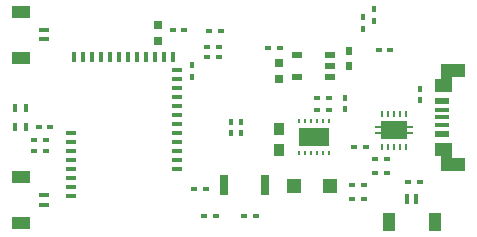
<source format=gtp>
G04*
G04 #@! TF.GenerationSoftware,Altium Limited,Altium Designer,19.0.14 (431)*
G04*
G04 Layer_Color=8421504*
%FSLAX44Y44*%
%MOMM*%
G71*
G01*
G75*
%ADD16R,0.4000X0.5000*%
%ADD17R,0.8000X1.7000*%
%ADD18R,0.5000X0.4000*%
%ADD19R,0.8000X0.7000*%
%ADD20R,2.6000X1.6000*%
%ADD21R,0.1500X0.4500*%
%ADD22R,0.4000X0.6500*%
%ADD23R,0.5500X0.5500*%
%ADD24R,1.2500X0.3000*%
%ADD25R,1.2500X0.5500*%
%ADD26R,1.1000X1.6000*%
%ADD27R,0.4000X0.9000*%
%ADD28R,0.9000X0.1500*%
%ADD29R,2.3000X1.5500*%
%ADD30R,0.1500X0.5000*%
%ADD31R,0.6000X0.8000*%
%ADD32R,0.9000X0.5000*%
%ADD33R,0.3100X0.8100*%
%ADD34R,0.8100X0.3100*%
%ADD35R,0.9000X1.0000*%
%ADD36R,1.2000X1.2000*%
%ADD37R,0.9000X0.4000*%
%ADD38R,1.6000X1.1000*%
G36*
X380208Y65900D02*
X380217Y65802D01*
X380246Y65708D01*
X380292Y65621D01*
X380355Y65545D01*
X380431Y65482D01*
X380518Y65436D01*
X380612Y65407D01*
X380710Y65398D01*
X391708Y65398D01*
Y54402D01*
X370912Y54402D01*
Y67000D01*
X370903Y67098D01*
X370874Y67192D01*
X370828Y67279D01*
X370765Y67355D01*
X370689Y67418D01*
X370602Y67464D01*
X370508Y67493D01*
X370410Y67502D01*
X365912D01*
Y78498D01*
X380208D01*
Y65900D01*
D02*
G37*
G36*
X391708Y134602D02*
X380710D01*
X380612Y134593D01*
X380518Y134564D01*
X380431Y134518D01*
X380355Y134455D01*
X380292Y134379D01*
X380246Y134292D01*
X380217Y134198D01*
X380208Y134100D01*
Y121502D01*
X365912D01*
Y132498D01*
X370410D01*
X370508Y132507D01*
X370602Y132536D01*
X370689Y132582D01*
X370765Y132645D01*
X370828Y132721D01*
X370874Y132808D01*
X370903Y132902D01*
X370912Y133000D01*
Y145598D01*
X391708D01*
Y134602D01*
D02*
G37*
D16*
X313967Y181690D02*
D03*
Y191690D02*
D03*
X304800Y184670D02*
D03*
Y174670D02*
D03*
X193040Y96440D02*
D03*
Y86440D02*
D03*
X201850Y96440D02*
D03*
Y86440D02*
D03*
X160060Y144109D02*
D03*
Y134109D02*
D03*
X353060Y114380D02*
D03*
Y124380D02*
D03*
X289560Y106760D02*
D03*
Y116760D02*
D03*
D17*
X222250Y43180D02*
D03*
X187250D02*
D03*
D18*
X153730Y173990D02*
D03*
X143730D02*
D03*
X214550Y16400D02*
D03*
X204550D02*
D03*
X170100D02*
D03*
X180100D02*
D03*
X26670Y81280D02*
D03*
X36670D02*
D03*
X26670Y71800D02*
D03*
X36670D02*
D03*
X295990Y42499D02*
D03*
X305990D02*
D03*
X295982Y30530D02*
D03*
X305982D02*
D03*
X315040Y53340D02*
D03*
X325040D02*
D03*
X325210Y64770D02*
D03*
X315210D02*
D03*
X266190Y116380D02*
D03*
X276190D02*
D03*
X328210Y157020D02*
D03*
X318210D02*
D03*
X174960Y172920D02*
D03*
X184960D02*
D03*
X173100Y160020D02*
D03*
X183100D02*
D03*
X162260Y39000D02*
D03*
X172260D02*
D03*
X173100Y151000D02*
D03*
X183100D02*
D03*
X234288Y158959D02*
D03*
X224288D02*
D03*
X342980Y44999D02*
D03*
X352980D02*
D03*
X30360Y92250D02*
D03*
X40360D02*
D03*
X266190Y105999D02*
D03*
X276190D02*
D03*
X297441Y75300D02*
D03*
X307441D02*
D03*
D19*
X131629Y178450D02*
D03*
Y164450D02*
D03*
X234038Y146109D02*
D03*
Y132109D02*
D03*
D20*
X263690Y83359D02*
D03*
D21*
X251190Y70059D02*
D03*
X256190D02*
D03*
X261190D02*
D03*
X266190D02*
D03*
X271190D02*
D03*
X276190D02*
D03*
X251190Y96659D02*
D03*
X256190D02*
D03*
X261190D02*
D03*
X266190D02*
D03*
X271190D02*
D03*
X276190D02*
D03*
D22*
X10000Y107750D02*
D03*
X20000D02*
D03*
X10000Y92250D02*
D03*
X20000D02*
D03*
D23*
X372610Y126400D02*
D03*
X371610Y73000D02*
D03*
D24*
X372110Y100000D02*
D03*
Y106500D02*
D03*
Y93500D02*
D03*
D25*
Y114250D02*
D03*
Y85750D02*
D03*
D26*
X365750Y11530D02*
D03*
X326750D02*
D03*
D27*
X350250Y31030D02*
D03*
X342250D02*
D03*
D28*
X319310Y91800D02*
D03*
Y86800D02*
D03*
X343310D02*
D03*
Y91800D02*
D03*
D29*
X331310Y89300D02*
D03*
D30*
X321310Y75300D02*
D03*
X326310D02*
D03*
X331310D02*
D03*
X336310D02*
D03*
X341310D02*
D03*
X321310Y103300D02*
D03*
X326310D02*
D03*
X331310D02*
D03*
X336310D02*
D03*
X341310D02*
D03*
D31*
X293060Y156360D02*
D03*
Y143360D02*
D03*
D32*
X249140Y134010D02*
D03*
Y153010D02*
D03*
X276640D02*
D03*
Y143510D02*
D03*
Y134010D02*
D03*
D33*
X83400Y151400D02*
D03*
X75800D02*
D03*
X60600D02*
D03*
X68200D02*
D03*
X98700D02*
D03*
X91100D02*
D03*
X106300D02*
D03*
X113800D02*
D03*
X144200D02*
D03*
X136700D02*
D03*
X121500D02*
D03*
X129100D02*
D03*
D34*
X57600Y33700D02*
D03*
Y41300D02*
D03*
Y56600D02*
D03*
Y48900D02*
D03*
Y79400D02*
D03*
Y87000D02*
D03*
Y71800D02*
D03*
Y64200D02*
D03*
X147400Y125100D02*
D03*
Y117500D02*
D03*
Y132800D02*
D03*
Y140400D02*
D03*
Y109900D02*
D03*
Y102300D02*
D03*
Y87000D02*
D03*
Y94700D02*
D03*
Y64200D02*
D03*
Y56600D02*
D03*
Y71800D02*
D03*
Y79400D02*
D03*
D35*
X233680Y89780D02*
D03*
Y72780D02*
D03*
D36*
X276611Y41499D02*
D03*
X246629D02*
D03*
D37*
X34750Y174000D02*
D03*
Y166000D02*
D03*
Y34000D02*
D03*
Y26000D02*
D03*
D38*
X15250Y189500D02*
D03*
Y150500D02*
D03*
Y49500D02*
D03*
Y10500D02*
D03*
M02*

</source>
